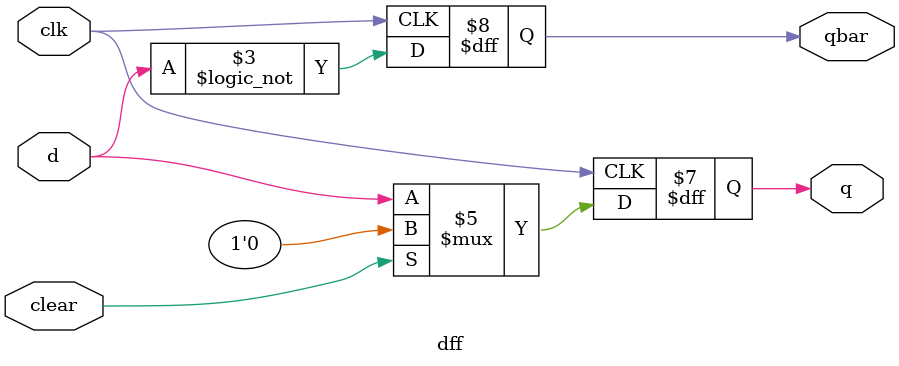
<source format=v>
module dff(d,clk,clear,q,qbar); 
input d, clk, clear; 
output reg q, qbar; 
always@(posedge clk) 
begin
if(clear== 1)
begin
q <= 0;
qbar <= 1;
end
else 
q <= d; 
qbar = !d; 
end 
endmodule


</source>
